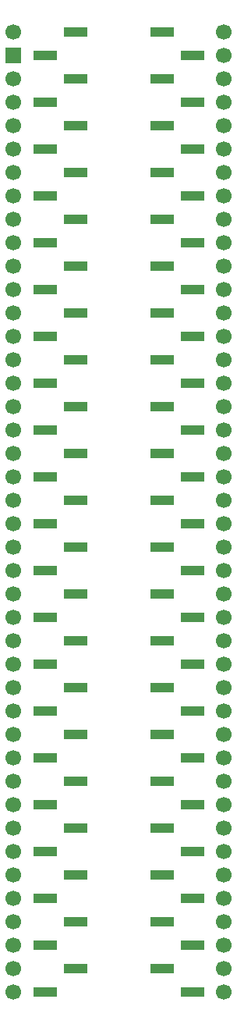
<source format=gbs>
G04 #@! TF.GenerationSoftware,KiCad,Pcbnew,9.0.6*
G04 #@! TF.CreationDate,2026-01-07T12:33:40-06:00*
G04 #@! TF.ProjectId,QFN-80_10x10_P0.4,51464e2d-3830-45f3-9130-7831305f5030,rev?*
G04 #@! TF.SameCoordinates,Original*
G04 #@! TF.FileFunction,Soldermask,Bot*
G04 #@! TF.FilePolarity,Negative*
%FSLAX46Y46*%
G04 Gerber Fmt 4.6, Leading zero omitted, Abs format (unit mm)*
G04 Created by KiCad (PCBNEW 9.0.6) date 2026-01-07 12:33:40*
%MOMM*%
%LPD*%
G01*
G04 APERTURE LIST*
%ADD10C,1.700000*%
%ADD11R,1.700000X1.700000*%
%ADD12R,2.510000X1.000000*%
G04 APERTURE END LIST*
D10*
X127000000Y-177800000D03*
X127000000Y-180340000D03*
X127000000Y-76200000D03*
D11*
X127000000Y-78740000D03*
D10*
X127000000Y-81280000D03*
X127000000Y-83820000D03*
X127000000Y-86360000D03*
X127000000Y-88900000D03*
X127000000Y-91440000D03*
X127000000Y-93980000D03*
X127000000Y-96520000D03*
X127000000Y-99060000D03*
X127000000Y-101600000D03*
X127000000Y-104140000D03*
X127000000Y-106680000D03*
X127000000Y-109220000D03*
X127000000Y-111760000D03*
X127000000Y-114300000D03*
X127000000Y-116840000D03*
X127000000Y-119380000D03*
X127000000Y-121920000D03*
X127000000Y-124460000D03*
X127000000Y-127000000D03*
X127000000Y-129540000D03*
X127000000Y-132080000D03*
X127000000Y-134620000D03*
X127000000Y-137160000D03*
X127000000Y-139700000D03*
X127000000Y-142240000D03*
X127000000Y-144780000D03*
X127000000Y-147320000D03*
X127000000Y-149860000D03*
X127000000Y-152400000D03*
X127000000Y-154940000D03*
X127000000Y-157480000D03*
X127000000Y-160020000D03*
X127000000Y-162560000D03*
X127000000Y-165100000D03*
X127000000Y-167640000D03*
X127000000Y-170180000D03*
X127000000Y-172720000D03*
X127000000Y-175260000D03*
X149860000Y-76200000D03*
X149860000Y-78740000D03*
X149860000Y-81280000D03*
X149860000Y-83820000D03*
X149860000Y-86360000D03*
X149860000Y-88900000D03*
X149860000Y-91440000D03*
X149860000Y-93980000D03*
X149860000Y-96520000D03*
X149860000Y-99060000D03*
X149860000Y-101600000D03*
X149860000Y-104140000D03*
X149860000Y-106680000D03*
X149860000Y-109220000D03*
X149860000Y-111760000D03*
X149860000Y-114300000D03*
X149860000Y-116840000D03*
X149860000Y-119380000D03*
X149860000Y-121920000D03*
X149860000Y-124460000D03*
X149860000Y-127000000D03*
X149860000Y-129540000D03*
X149860000Y-132080000D03*
X149860000Y-134620000D03*
X149860000Y-137160000D03*
X149860000Y-139700000D03*
X149860000Y-142240000D03*
X149860000Y-144780000D03*
X149860000Y-147320000D03*
X149860000Y-149860000D03*
X149860000Y-152400000D03*
X149860000Y-154940000D03*
X149860000Y-157480000D03*
X149860000Y-160020000D03*
X149860000Y-162560000D03*
X149860000Y-165100000D03*
X149860000Y-167640000D03*
X149860000Y-170180000D03*
X149860000Y-172720000D03*
X149860000Y-175260000D03*
X149860000Y-177800000D03*
X149860000Y-180340000D03*
D12*
X133734395Y-76200994D03*
X130424395Y-78740994D03*
X133734395Y-81280994D03*
X130424395Y-83820994D03*
X133734395Y-86360994D03*
X130424395Y-88900994D03*
X133734395Y-91440994D03*
X130424395Y-93980994D03*
X133734395Y-96520994D03*
X130424395Y-99060994D03*
X133734395Y-101600994D03*
X130424395Y-104140994D03*
X133734395Y-106680994D03*
X130424395Y-109220994D03*
X133734395Y-111760994D03*
X130424395Y-114300994D03*
X133734395Y-116840994D03*
X130424395Y-119380994D03*
X133734395Y-121920994D03*
X130424395Y-124460994D03*
X133734395Y-127000994D03*
X130424395Y-129540994D03*
X133734395Y-132080994D03*
X130424395Y-134620994D03*
X133734395Y-137160994D03*
X130424395Y-139700994D03*
X133734395Y-142240994D03*
X130424395Y-144780994D03*
X133734395Y-147320994D03*
X130424395Y-149860994D03*
X133734395Y-152400994D03*
X130424395Y-154940994D03*
X133734395Y-157480994D03*
X130424395Y-160020994D03*
X133734395Y-162560994D03*
X130424395Y-165100994D03*
X133734395Y-167640994D03*
X130424395Y-170180994D03*
X133734395Y-172720994D03*
X130424395Y-175260994D03*
X133735605Y-177800000D03*
X130425605Y-180340000D03*
X143124718Y-177799244D03*
X146434718Y-180339244D03*
X143125282Y-76200994D03*
X146435282Y-78740994D03*
X143125282Y-81280994D03*
X146435282Y-83820994D03*
X143125282Y-86360994D03*
X146435282Y-88900994D03*
X143125282Y-91440994D03*
X146435282Y-93980994D03*
X143125282Y-96520994D03*
X146435282Y-99060994D03*
X143125282Y-101600994D03*
X146435282Y-104140994D03*
X143125282Y-106680994D03*
X146435282Y-109220994D03*
X143125282Y-111760994D03*
X146435282Y-114300994D03*
X143125282Y-116840994D03*
X146435282Y-119380994D03*
X143125282Y-121920994D03*
X146435282Y-124460994D03*
X143125282Y-127000994D03*
X146435282Y-129540994D03*
X143125282Y-132080994D03*
X146435282Y-134620994D03*
X143125282Y-137160994D03*
X146435282Y-139700994D03*
X143125282Y-142240994D03*
X146435282Y-144780994D03*
X143125282Y-147320994D03*
X146435282Y-149860994D03*
X143125282Y-152400994D03*
X146435282Y-154940994D03*
X143125282Y-157480994D03*
X146435282Y-160020994D03*
X143125282Y-162560994D03*
X146435282Y-165100994D03*
X143125282Y-167640994D03*
X146435282Y-170180994D03*
X143125282Y-172720994D03*
X146435282Y-175260994D03*
M02*

</source>
